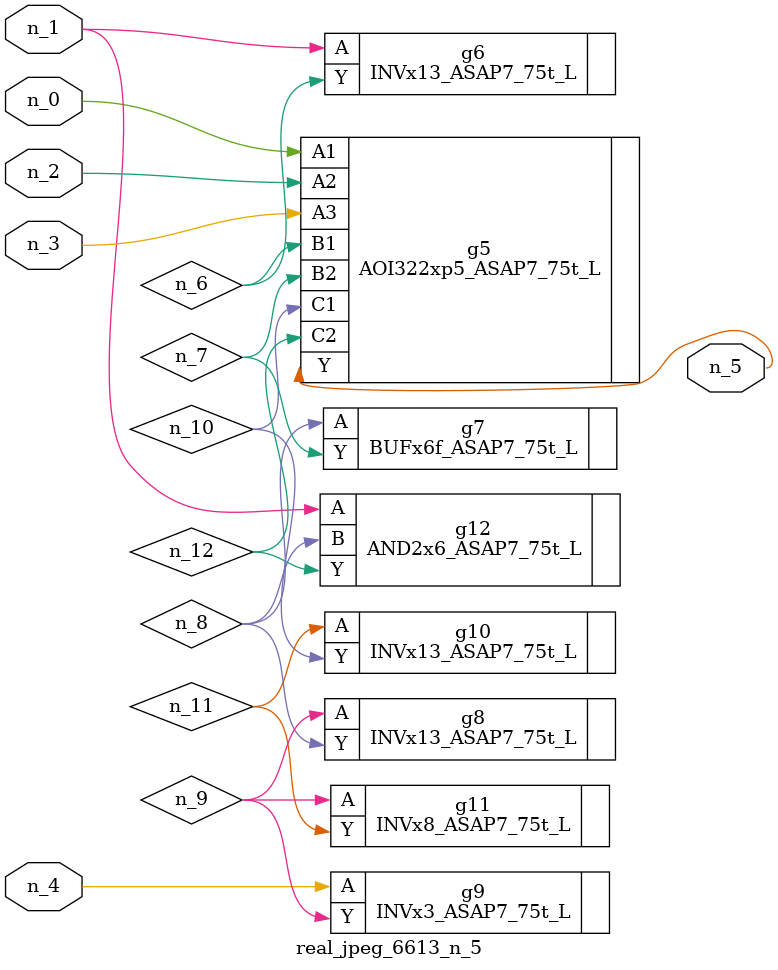
<source format=v>
module real_jpeg_6613_n_5 (n_4, n_0, n_1, n_2, n_3, n_5);

input n_4;
input n_0;
input n_1;
input n_2;
input n_3;

output n_5;

wire n_12;
wire n_8;
wire n_11;
wire n_6;
wire n_7;
wire n_10;
wire n_9;

AOI322xp5_ASAP7_75t_L g5 ( 
.A1(n_0),
.A2(n_2),
.A3(n_3),
.B1(n_6),
.B2(n_7),
.C1(n_10),
.C2(n_12),
.Y(n_5)
);

INVx13_ASAP7_75t_L g6 ( 
.A(n_1),
.Y(n_6)
);

AND2x6_ASAP7_75t_L g12 ( 
.A(n_1),
.B(n_8),
.Y(n_12)
);

INVx3_ASAP7_75t_L g9 ( 
.A(n_4),
.Y(n_9)
);

BUFx6f_ASAP7_75t_L g7 ( 
.A(n_8),
.Y(n_7)
);

INVx13_ASAP7_75t_L g8 ( 
.A(n_9),
.Y(n_8)
);

INVx8_ASAP7_75t_L g11 ( 
.A(n_9),
.Y(n_11)
);

INVx13_ASAP7_75t_L g10 ( 
.A(n_11),
.Y(n_10)
);


endmodule
</source>
